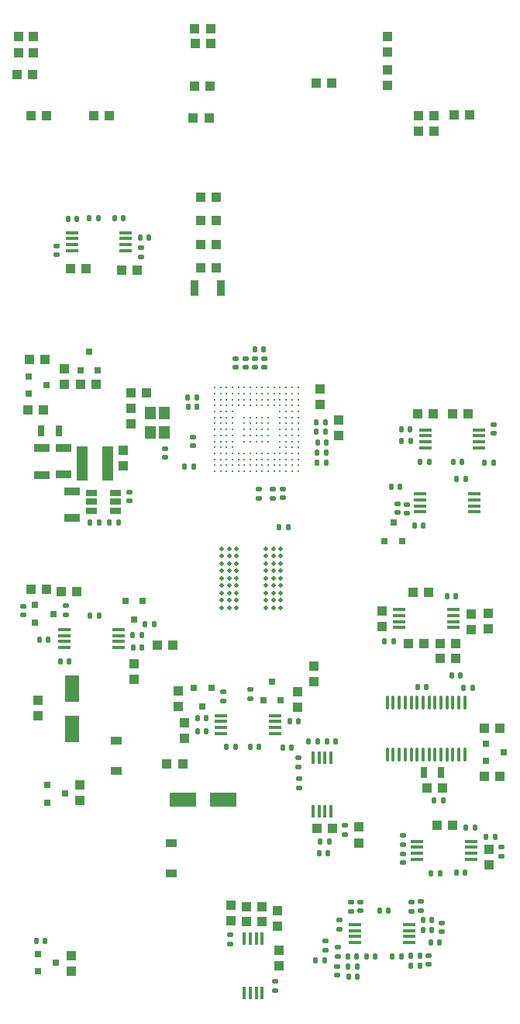
<source format=gbr>
G04 #@! TF.GenerationSoftware,KiCad,Pcbnew,7.0.6-0*
G04 #@! TF.CreationDate,2024-04-10T13:52:38-07:00*
G04 #@! TF.ProjectId,Sampler-built,53616d70-6c65-4722-9d62-75696c742e6b,rev?*
G04 #@! TF.SameCoordinates,PXb71b00PY73f50f0*
G04 #@! TF.FileFunction,Paste,Top*
G04 #@! TF.FilePolarity,Positive*
%FSLAX46Y46*%
G04 Gerber Fmt 4.6, Leading zero omitted, Abs format (unit mm)*
G04 Created by KiCad (PCBNEW 7.0.6-0) date 2024-04-10 13:52:38*
%MOMM*%
%LPD*%
G01*
G04 APERTURE LIST*
G04 Aperture macros list*
%AMRoundRect*
0 Rectangle with rounded corners*
0 $1 Rounding radius*
0 $2 $3 $4 $5 $6 $7 $8 $9 X,Y pos of 4 corners*
0 Add a 4 corners polygon primitive as box body*
4,1,4,$2,$3,$4,$5,$6,$7,$8,$9,$2,$3,0*
0 Add four circle primitives for the rounded corners*
1,1,$1+$1,$2,$3*
1,1,$1+$1,$4,$5*
1,1,$1+$1,$6,$7*
1,1,$1+$1,$8,$9*
0 Add four rect primitives between the rounded corners*
20,1,$1+$1,$2,$3,$4,$5,0*
20,1,$1+$1,$4,$5,$6,$7,0*
20,1,$1+$1,$6,$7,$8,$9,0*
20,1,$1+$1,$8,$9,$2,$3,0*%
G04 Aperture macros list end*
%ADD10R,1.200000X0.900000*%
%ADD11RoundRect,0.147500X0.147500X0.172500X-0.147500X0.172500X-0.147500X-0.172500X0.147500X-0.172500X0*%
%ADD12R,1.000000X1.000000*%
%ADD13RoundRect,0.147500X0.172500X-0.147500X0.172500X0.147500X-0.172500X0.147500X-0.172500X-0.147500X0*%
%ADD14R,0.700000X1.300000*%
%ADD15R,1.450000X0.450000*%
%ADD16RoundRect,0.147500X-0.172500X0.147500X-0.172500X-0.147500X0.172500X-0.147500X0.172500X0.147500X0*%
%ADD17RoundRect,0.147500X-0.147500X-0.172500X0.147500X-0.172500X0.147500X0.172500X-0.147500X0.172500X0*%
%ADD18R,3.000000X1.600000*%
%ADD19R,1.700000X0.900000*%
%ADD20R,0.800100X0.800100*%
%ADD21R,1.150000X1.400000*%
%ADD22R,1.220000X0.650000*%
%ADD23C,0.300000*%
%ADD24R,0.450000X1.450000*%
%ADD25R,1.600000X3.000000*%
%ADD26R,1.200000X3.700000*%
%ADD27C,0.500000*%
%ADD28R,0.900000X1.700000*%
%ADD29RoundRect,0.100000X-0.100000X0.637500X-0.100000X-0.637500X0.100000X-0.637500X0.100000X0.637500X0*%
G04 APERTURE END LIST*
D10*
G04 #@! TO.C,D16*
X137916648Y25329922D03*
X137916648Y22029922D03*
G04 #@! TD*
D11*
G04 #@! TO.C,C61*
X138691648Y82324922D03*
X137721648Y82324922D03*
G04 #@! TD*
D12*
G04 #@! TO.C,R3*
X170906648Y91759922D03*
X170906648Y93459922D03*
G04 #@! TD*
D13*
G04 #@! TO.C,C1*
X152010148Y66011600D03*
X152010148Y66981600D03*
G04 #@! TD*
D12*
G04 #@! TO.C,R57*
X171546648Y35869922D03*
X169846648Y35869922D03*
G04 #@! TD*
D14*
G04 #@! TO.C,C44*
X171476648Y21859922D03*
X173376648Y21859922D03*
G04 #@! TD*
D12*
G04 #@! TO.C,R59*
X133916648Y20459922D03*
X133916648Y18759922D03*
G04 #@! TD*
G04 #@! TO.C,R61*
X155541648Y5079922D03*
X155541648Y6779922D03*
G04 #@! TD*
D15*
G04 #@! TO.C,U15*
X168796648Y39584922D03*
X168796648Y38934922D03*
X168796648Y38284922D03*
X168796648Y37634922D03*
X174696648Y37634922D03*
X174696648Y38284922D03*
X174696648Y38934922D03*
X174696648Y39584922D03*
G04 #@! TD*
D12*
G04 #@! TO.C,C45*
X171876648Y20119922D03*
X173576648Y20119922D03*
G04 #@! TD*
D16*
G04 #@! TO.C,R42*
X179976648Y13674672D03*
X179976648Y12704672D03*
G04 #@! TD*
D12*
G04 #@! TO.C,C25*
X129306648Y28009922D03*
X129306648Y29709922D03*
G04 #@! TD*
G04 #@! TO.C,C47*
X167526648Y98499922D03*
X167526648Y96799922D03*
G04 #@! TD*
D11*
G04 #@! TO.C,R161*
X171056648Y779922D03*
X170086648Y779922D03*
G04 #@! TD*
D12*
G04 #@! TO.C,C79*
X132886648Y76814922D03*
X134586648Y76814922D03*
G04 #@! TD*
G04 #@! TO.C,C55*
X128420000Y66880000D03*
X130120000Y66880000D03*
G04 #@! TD*
D16*
G04 #@! TO.C,C36*
X146290148Y58451600D03*
X146290148Y57481600D03*
G04 #@! TD*
D12*
G04 #@! TO.C,C65*
X176356648Y60934482D03*
X174656648Y60934482D03*
G04 #@! TD*
G04 #@! TO.C,R71*
X146316648Y93179922D03*
X148016648Y93179922D03*
G04 #@! TD*
D17*
G04 #@! TO.C,R52*
X160886088Y25206436D03*
X161856088Y25206436D03*
G04 #@! TD*
G04 #@! TO.C,C88*
X170455000Y48750000D03*
X171425000Y48750000D03*
G04 #@! TD*
D18*
G04 #@! TO.C,C24*
X145146648Y18879922D03*
X149546648Y18879922D03*
G04 #@! TD*
D12*
G04 #@! TO.C,R74*
X148206648Y101299922D03*
X146506648Y101299922D03*
G04 #@! TD*
D11*
G04 #@! TO.C,R55*
X179261648Y14789672D03*
X178291648Y14789672D03*
G04 #@! TD*
D16*
G04 #@! TO.C,R49*
X169201648Y12974672D03*
X169201648Y12004672D03*
G04 #@! TD*
D17*
G04 #@! TO.C,R41*
X178115000Y55644482D03*
X179085000Y55644482D03*
G04 #@! TD*
D19*
G04 #@! TO.C,C67*
X133106493Y49569922D03*
X133106493Y52469922D03*
G04 #@! TD*
D17*
G04 #@! TO.C,C13*
X159855148Y55646600D03*
X160825148Y55646600D03*
G04 #@! TD*
D11*
G04 #@! TO.C,R12*
X170031648Y57979922D03*
X169061648Y57979922D03*
G04 #@! TD*
D16*
G04 #@! TO.C,R40*
X179136648Y59789482D03*
X179136648Y58819482D03*
G04 #@! TD*
D12*
G04 #@! TO.C,R21*
X157746648Y30669922D03*
X157746648Y28969922D03*
G04 #@! TD*
D20*
G04 #@! TO.C,D15*
X167220000Y47069240D03*
X169120000Y47069240D03*
X168170000Y49068220D03*
G04 #@! TD*
D11*
G04 #@! TO.C,C6*
X146341648Y55229922D03*
X145371648Y55229922D03*
G04 #@! TD*
D17*
G04 #@! TO.C,R30*
X146761648Y27729922D03*
X147731648Y27729922D03*
G04 #@! TD*
G04 #@! TO.C,C8*
X172641648Y18829922D03*
X173611648Y18829922D03*
G04 #@! TD*
G04 #@! TO.C,R66*
X135041493Y49139922D03*
X136011493Y49139922D03*
G04 #@! TD*
D20*
G04 #@! TO.C,U6*
X128299240Y65040000D03*
X128299240Y63140000D03*
X130298220Y64090000D03*
G04 #@! TD*
D11*
G04 #@! TO.C,R162*
X169036648Y1749922D03*
X168066648Y1749922D03*
G04 #@! TD*
D17*
G04 #@! TO.C,C73*
X149941648Y24599922D03*
X150911648Y24599922D03*
G04 #@! TD*
D12*
G04 #@! TO.C,C90*
X174656648Y16084672D03*
X172956648Y16084672D03*
G04 #@! TD*
D20*
G04 #@! TO.C,D24*
X148266648Y31050682D03*
X146366648Y31050682D03*
X147316648Y29051702D03*
G04 #@! TD*
D11*
G04 #@! TO.C,R65*
X138126648Y49119922D03*
X137156648Y49119922D03*
G04 #@! TD*
G04 #@! TO.C,C87*
X176071648Y53804922D03*
X175101648Y53804922D03*
G04 #@! TD*
D12*
G04 #@! TO.C,C22*
X141166648Y63269922D03*
X139466648Y63269922D03*
G04 #@! TD*
D17*
G04 #@! TO.C,R160*
X159691648Y1339922D03*
X160661648Y1339922D03*
G04 #@! TD*
D16*
G04 #@! TO.C,R164*
X173416648Y5444922D03*
X173416648Y4474922D03*
G04 #@! TD*
D13*
G04 #@! TO.C,R44*
X169221648Y13969672D03*
X169221648Y14939672D03*
G04 #@! TD*
D19*
G04 #@! TO.C,C70*
X132100000Y57220000D03*
X132100000Y54320000D03*
G04 #@! TD*
D17*
G04 #@! TO.C,C59*
X171111648Y55724482D03*
X172081648Y55724482D03*
G04 #@! TD*
D16*
G04 #@! TO.C,R7*
X163506648Y7684922D03*
X163506648Y6714922D03*
G04 #@! TD*
D12*
G04 #@! TO.C,C83*
X170806648Y60994482D03*
X172506648Y60994482D03*
G04 #@! TD*
G04 #@! TO.C,R73*
X167526648Y102119922D03*
X167526648Y100419922D03*
G04 #@! TD*
D17*
G04 #@! TO.C,R23*
X140476648Y80154922D03*
X141446648Y80154922D03*
G04 #@! TD*
D16*
G04 #@! TO.C,R14*
X170126648Y7674922D03*
X170126648Y6704922D03*
G04 #@! TD*
D12*
G04 #@! TO.C,C57*
X178576648Y13439672D03*
X178576648Y11739672D03*
G04 #@! TD*
G04 #@! TO.C,C49*
X179802780Y26653974D03*
X178102780Y26653974D03*
G04 #@! TD*
D16*
G04 #@! TO.C,R18*
X169610000Y51075000D03*
X169610000Y50105000D03*
G04 #@! TD*
D12*
G04 #@! TO.C,C66*
X140156648Y76644922D03*
X138456648Y76644922D03*
G04 #@! TD*
D11*
G04 #@! TO.C,C60*
X175681648Y55694482D03*
X174711648Y55694482D03*
G04 #@! TD*
D12*
G04 #@! TO.C,R5*
X172646648Y91779922D03*
X172646648Y93479922D03*
G04 #@! TD*
D20*
G04 #@! TO.C,D1*
X153976648Y29729162D03*
X155876648Y29729162D03*
X154926648Y31728142D03*
G04 #@! TD*
D16*
G04 #@! TO.C,C11*
X155020148Y52731600D03*
X155020148Y51761600D03*
G04 #@! TD*
D17*
G04 #@! TO.C,R47*
X175846648Y31087422D03*
X176816648Y31087422D03*
G04 #@! TD*
D12*
G04 #@! TO.C,C39*
X127206648Y100359922D03*
X127206648Y102059922D03*
G04 #@! TD*
G04 #@! TO.C,C26*
X145136648Y22739922D03*
X143436648Y22739922D03*
G04 #@! TD*
G04 #@! TO.C,R29*
X173246648Y35884922D03*
X174946648Y35884922D03*
G04 #@! TD*
G04 #@! TO.C,C46*
X178496648Y39184922D03*
X178496648Y37484922D03*
G04 #@! TD*
G04 #@! TO.C,R79*
X147136648Y79449922D03*
X148836648Y79449922D03*
G04 #@! TD*
G04 #@! TO.C,C2*
X160140148Y61986600D03*
X160140148Y63686600D03*
G04 #@! TD*
D17*
G04 #@! TO.C,R48*
X174525000Y32440000D03*
X175495000Y32440000D03*
G04 #@! TD*
D21*
G04 #@! TO.C,Y1*
X141656648Y61039922D03*
X143156648Y58939922D03*
X141656648Y58939922D03*
X143156648Y61039922D03*
G04 #@! TD*
D12*
G04 #@! TO.C,R68*
X128546648Y93459922D03*
X130246648Y93459922D03*
G04 #@! TD*
D11*
G04 #@! TO.C,C35*
X174981648Y41084922D03*
X174011648Y41084922D03*
G04 #@! TD*
D20*
G04 #@! TO.C,D22*
X140796648Y40530682D03*
X138896648Y40530682D03*
X139846648Y38531702D03*
G04 #@! TD*
D11*
G04 #@! TO.C,C17*
X146715148Y61686600D03*
X145745148Y61686600D03*
G04 #@! TD*
D12*
G04 #@! TO.C,R80*
X147136648Y76899922D03*
X148836648Y76899922D03*
G04 #@! TD*
D11*
G04 #@! TO.C,C64*
X136012564Y38914922D03*
X135042564Y38914922D03*
G04 #@! TD*
D16*
G04 #@! TO.C,C76*
X157816648Y23424922D03*
X157816648Y22454922D03*
G04 #@! TD*
D12*
G04 #@! TO.C,C42*
X173255768Y34310422D03*
X174955768Y34310422D03*
G04 #@! TD*
D15*
G04 #@! TO.C,U10*
X155236648Y26094922D03*
X155236648Y26744922D03*
X155236648Y27394922D03*
X155236648Y28044922D03*
X149336648Y28044922D03*
X149336648Y27394922D03*
X149336648Y26744922D03*
X149336648Y26094922D03*
G04 #@! TD*
D11*
G04 #@! TO.C,C150*
X172355480Y5759922D03*
X171385480Y5759922D03*
G04 #@! TD*
D17*
G04 #@! TO.C,R2*
X156061648Y24569922D03*
X157031648Y24569922D03*
G04 #@! TD*
D11*
G04 #@! TO.C,R50*
X161136648Y14339922D03*
X160166648Y14339922D03*
G04 #@! TD*
D17*
G04 #@! TO.C,R152*
X163290480Y-390078D03*
X164260480Y-390078D03*
G04 #@! TD*
G04 #@! TO.C,R11*
X169019944Y59278002D03*
X169989944Y59278002D03*
G04 #@! TD*
D22*
G04 #@! TO.C,U13*
X135186648Y52309922D03*
X135186648Y51359922D03*
X135186648Y50409922D03*
X137806648Y50409922D03*
X137806648Y51359922D03*
X137806648Y52309922D03*
G04 #@! TD*
D12*
G04 #@! TO.C,R20*
X139806648Y31959922D03*
X139806648Y33659922D03*
G04 #@! TD*
G04 #@! TO.C,C51*
X178093428Y21447422D03*
X179793428Y21447422D03*
G04 #@! TD*
D17*
G04 #@! TO.C,R51*
X160046648Y13069922D03*
X161016648Y13069922D03*
G04 #@! TD*
D23*
G04 #@! TO.C,U2*
X148650148Y63796600D03*
X149300148Y63796600D03*
X149950148Y63796600D03*
X150600148Y63796600D03*
X151250148Y63796600D03*
X151900148Y63796600D03*
X152550148Y63796600D03*
X153200148Y63796600D03*
X153850148Y63796600D03*
X154500148Y63796600D03*
X155150148Y63796600D03*
X155800148Y63796600D03*
X156450148Y63796600D03*
X157100148Y63796600D03*
X157750148Y63796600D03*
X148650148Y63146600D03*
X149300148Y63146600D03*
X149950148Y63146600D03*
X150600148Y63146600D03*
X151250148Y63146600D03*
X151900148Y63146600D03*
X152550148Y63146600D03*
X153200148Y63146600D03*
X153850148Y63146600D03*
X154500148Y63146600D03*
X155150148Y63146600D03*
X155800148Y63146600D03*
X156450148Y63146600D03*
X157100148Y63146600D03*
X157750148Y63146600D03*
X148650148Y62496600D03*
X149300148Y62496600D03*
X149950148Y62496600D03*
X150600148Y62496600D03*
X151250148Y62496600D03*
X151900148Y62496600D03*
X152550148Y62496600D03*
X153200148Y62496600D03*
X153850148Y62496600D03*
X154500148Y62496600D03*
X155150148Y62496600D03*
X155800148Y62496600D03*
X156450148Y62496600D03*
X157100148Y62496600D03*
X157750148Y62496600D03*
X148650148Y61846600D03*
X149300148Y61846600D03*
X149950148Y61846600D03*
X150600148Y61846600D03*
X151250148Y61846600D03*
X151900148Y61846600D03*
X152550148Y61846600D03*
X153200148Y61846600D03*
X153850148Y61846600D03*
X154500148Y61846600D03*
X155150148Y61846600D03*
X155800148Y61846600D03*
X156450148Y61846600D03*
X157100148Y61846600D03*
X157750148Y61846600D03*
X148650148Y61196600D03*
X149300148Y61196600D03*
X149950148Y61196600D03*
X150600148Y61196600D03*
X155800148Y61196600D03*
X156450148Y61196600D03*
X157100148Y61196600D03*
X157750148Y61196600D03*
X148650148Y60546600D03*
X149300148Y60546600D03*
X149950148Y60546600D03*
X150600148Y60546600D03*
X151900148Y60546600D03*
X152550148Y60546600D03*
X153200148Y60546600D03*
X153850148Y60546600D03*
X154500148Y60546600D03*
X155800148Y60546600D03*
X156450148Y60546600D03*
X157100148Y60546600D03*
X157750148Y60546600D03*
X148650148Y59896600D03*
X149300148Y59896600D03*
X149950148Y59896600D03*
X150600148Y59896600D03*
X151900148Y59896600D03*
X152550148Y59896600D03*
X153200148Y59896600D03*
X153850148Y59896600D03*
X154500148Y59896600D03*
X155800148Y59896600D03*
X156450148Y59896600D03*
X157100148Y59896600D03*
X157750148Y59896600D03*
X148650148Y59246600D03*
X149300148Y59246600D03*
X149950148Y59246600D03*
X150600148Y59246600D03*
X151900148Y59246600D03*
X152550148Y59246600D03*
X153200148Y59246600D03*
X153850148Y59246600D03*
X154500148Y59246600D03*
X155800148Y59246600D03*
X156450148Y59246600D03*
X157100148Y59246600D03*
X157750148Y59246600D03*
X148650148Y58596600D03*
X149300148Y58596600D03*
X149950148Y58596600D03*
X150600148Y58596600D03*
X151900148Y58596600D03*
X152550148Y58596600D03*
X153200148Y58596600D03*
X153850148Y58596600D03*
X154500148Y58596600D03*
X155800148Y58596600D03*
X156450148Y58596600D03*
X157100148Y58596600D03*
X157750148Y58596600D03*
X148650148Y57946600D03*
X149300148Y57946600D03*
X149950148Y57946600D03*
X150600148Y57946600D03*
X151900148Y57946600D03*
X152550148Y57946600D03*
X153200148Y57946600D03*
X153850148Y57946600D03*
X154500148Y57946600D03*
X155800148Y57946600D03*
X156450148Y57946600D03*
X157100148Y57946600D03*
X157750148Y57946600D03*
X148650148Y57296600D03*
X149300148Y57296600D03*
X149950148Y57296600D03*
X150600148Y57296600D03*
X155800148Y57296600D03*
X156450148Y57296600D03*
X157100148Y57296600D03*
X157750148Y57296600D03*
X148650148Y56646600D03*
X149300148Y56646600D03*
X149950148Y56646600D03*
X150600148Y56646600D03*
X151250148Y56646600D03*
X151900148Y56646600D03*
X152550148Y56646600D03*
X153200148Y56646600D03*
X153850148Y56646600D03*
X154500148Y56646600D03*
X155150148Y56646600D03*
X155800148Y56646600D03*
X156450148Y56646600D03*
X157100148Y56646600D03*
X157750148Y56646600D03*
X148650148Y55996600D03*
X149300148Y55996600D03*
X149950148Y55996600D03*
X150600148Y55996600D03*
X151250148Y55996600D03*
X151900148Y55996600D03*
X152550148Y55996600D03*
X153200148Y55996600D03*
X153850148Y55996600D03*
X154500148Y55996600D03*
X155150148Y55996600D03*
X155800148Y55996600D03*
X156450148Y55996600D03*
X157100148Y55996600D03*
X157750148Y55996600D03*
X148650148Y55346600D03*
X149300148Y55346600D03*
X149950148Y55346600D03*
X150600148Y55346600D03*
X151250148Y55346600D03*
X151900148Y55346600D03*
X152550148Y55346600D03*
X153200148Y55346600D03*
X153850148Y55346600D03*
X154500148Y55346600D03*
X155150148Y55346600D03*
X155800148Y55346600D03*
X156450148Y55346600D03*
X157100148Y55346600D03*
X157750148Y55346600D03*
X148650148Y54696600D03*
X149300148Y54696600D03*
X149950148Y54696600D03*
X150600148Y54696600D03*
X151250148Y54696600D03*
X151900148Y54696600D03*
X152550148Y54696600D03*
X153200148Y54696600D03*
X153850148Y54696600D03*
X154500148Y54696600D03*
X155150148Y54696600D03*
X155800148Y54696600D03*
X156450148Y54696600D03*
X157100148Y54696600D03*
X157750148Y54696600D03*
G04 #@! TD*
D24*
G04 #@! TO.C,U11*
X161351648Y23469922D03*
X160701648Y23469922D03*
X160051648Y23469922D03*
X159401648Y23469922D03*
X159401648Y17569922D03*
X160051648Y17569922D03*
X160701648Y17569922D03*
X161351648Y17569922D03*
G04 #@! TD*
D13*
G04 #@! TO.C,R22*
X140566648Y78059922D03*
X140566648Y79029922D03*
G04 #@! TD*
G04 #@! TO.C,C3*
X154030148Y66021600D03*
X154030148Y66991600D03*
G04 #@! TD*
D16*
G04 #@! TO.C,C38*
X150321648Y4114922D03*
X150321648Y3144922D03*
G04 #@! TD*
D15*
G04 #@! TO.C,U12*
X169866648Y3284922D03*
X169866648Y3934922D03*
X169866648Y4584922D03*
X169866648Y5234922D03*
X163966648Y5234922D03*
X163966648Y4584922D03*
X163966648Y3934922D03*
X163966648Y3284922D03*
G04 #@! TD*
D17*
G04 #@! TO.C,C72*
X172301648Y10844672D03*
X173271648Y10844672D03*
G04 #@! TD*
D12*
G04 #@! TO.C,R24*
X145366648Y25569922D03*
X145366648Y27269922D03*
G04 #@! TD*
G04 #@! TO.C,C52*
X164376648Y14169922D03*
X164376648Y15869922D03*
G04 #@! TD*
G04 #@! TO.C,R77*
X147136648Y84549922D03*
X148836648Y84549922D03*
G04 #@! TD*
G04 #@! TO.C,C58*
X138672648Y55263922D03*
X138672648Y56963922D03*
G04 #@! TD*
D17*
G04 #@! TO.C,C9*
X159745148Y59016600D03*
X160715148Y59016600D03*
G04 #@! TD*
G04 #@! TO.C,C29*
X155685148Y48576600D03*
X156655148Y48576600D03*
G04 #@! TD*
D25*
G04 #@! TO.C,C21*
X133106648Y26589922D03*
X133106648Y30989922D03*
G04 #@! TD*
D13*
G04 #@! TO.C,C97*
X168610000Y50175000D03*
X168610000Y51145000D03*
G04 #@! TD*
D12*
G04 #@! TO.C,R13*
X137096648Y93489922D03*
X135396648Y93489922D03*
G04 #@! TD*
G04 #@! TO.C,R26*
X144086648Y35729922D03*
X142386648Y35729922D03*
G04 #@! TD*
D11*
G04 #@! TO.C,C18*
X146690148Y62746600D03*
X145720148Y62746600D03*
G04 #@! TD*
D12*
G04 #@! TO.C,C54*
X146486648Y102919922D03*
X148186648Y102919922D03*
G04 #@! TD*
D16*
G04 #@! TO.C,C10*
X156060148Y52741600D03*
X156060148Y51771600D03*
G04 #@! TD*
G04 #@! TO.C,R33*
X132377564Y40009922D03*
X132377564Y39039922D03*
G04 #@! TD*
D12*
G04 #@! TO.C,R63*
X150391648Y5649922D03*
X150391648Y7349922D03*
G04 #@! TD*
D24*
G04 #@! TO.C,U16*
X151896648Y-2210078D03*
X152546648Y-2210078D03*
X153196648Y-2210078D03*
X153846648Y-2210078D03*
X153846648Y3689922D03*
X153196648Y3689922D03*
X152546648Y3689922D03*
X151896648Y3689922D03*
G04 #@! TD*
D11*
G04 #@! TO.C,C19*
X130121648Y3429922D03*
X129151648Y3429922D03*
G04 #@! TD*
G04 #@! TO.C,R81*
X147736648Y26299922D03*
X146766648Y26299922D03*
G04 #@! TD*
D17*
G04 #@! TO.C,C62*
X134971648Y82264922D03*
X135941648Y82264922D03*
G04 #@! TD*
D16*
G04 #@! TO.C,R158*
X162120480Y2764922D03*
X162120480Y1794922D03*
G04 #@! TD*
D17*
G04 #@! TO.C,C14*
X159745148Y60056600D03*
X160715148Y60056600D03*
G04 #@! TD*
D16*
G04 #@! TO.C,C152*
X162010480Y674922D03*
X162010480Y-295078D03*
G04 #@! TD*
D15*
G04 #@! TO.C,U1*
X177556648Y57244922D03*
X177556648Y57894922D03*
X177556648Y58544922D03*
X177556648Y59194922D03*
X171656648Y59194922D03*
X171656648Y58544922D03*
X171656648Y57894922D03*
X171656648Y57244922D03*
G04 #@! TD*
D12*
G04 #@! TO.C,R9*
X166946648Y37759922D03*
X166946648Y39459922D03*
G04 #@! TD*
G04 #@! TO.C,R64*
X176506648Y93549922D03*
X174806648Y93549922D03*
G04 #@! TD*
D13*
G04 #@! TO.C,R67*
X139356493Y51444922D03*
X139356493Y52414922D03*
G04 #@! TD*
D11*
G04 #@! TO.C,R4*
X160855148Y57786600D03*
X159885148Y57786600D03*
G04 #@! TD*
D20*
G04 #@! TO.C,V2*
X133956648Y65719922D03*
X135856648Y65719922D03*
X134906648Y67718902D03*
G04 #@! TD*
D11*
G04 #@! TO.C,R27*
X140701648Y35469922D03*
X139731648Y35469922D03*
G04 #@! TD*
D13*
G04 #@! TO.C,C7*
X150970148Y66001600D03*
X150970148Y66971600D03*
G04 #@! TD*
D11*
G04 #@! TO.C,C78*
X167621648Y6739922D03*
X166651648Y6739922D03*
G04 #@! TD*
D12*
G04 #@! TO.C,R35*
X127046648Y97989922D03*
X128746648Y97989922D03*
G04 #@! TD*
D11*
G04 #@! TO.C,R34*
X130472564Y36304922D03*
X129502564Y36304922D03*
G04 #@! TD*
D12*
G04 #@! TO.C,R56*
X176696648Y39134922D03*
X176696648Y37434922D03*
G04 #@! TD*
D13*
G04 #@! TO.C,C85*
X127737564Y39019922D03*
X127737564Y39989922D03*
G04 #@! TD*
D12*
G04 #@! TO.C,C48*
X161521648Y15699922D03*
X159821648Y15699922D03*
G04 #@! TD*
G04 #@! TO.C,R36*
X128846648Y100359922D03*
X128846648Y102059922D03*
G04 #@! TD*
D13*
G04 #@! TO.C,R159*
X162306648Y4764922D03*
X162306648Y5734922D03*
G04 #@! TD*
G04 #@! TO.C,C50*
X153090148Y66001600D03*
X153090148Y66971600D03*
G04 #@! TD*
D26*
G04 #@! TO.C,L1*
X136946648Y55569922D03*
X134146648Y55569922D03*
G04 #@! TD*
D16*
G04 #@! TO.C,C12*
X153460148Y52731600D03*
X153460148Y51761600D03*
G04 #@! TD*
G04 #@! TO.C,R6*
X164546648Y7704922D03*
X164546648Y6734922D03*
G04 #@! TD*
D11*
G04 #@! TO.C,R8*
X154021648Y67989922D03*
X153051648Y67989922D03*
G04 #@! TD*
D12*
G04 #@! TO.C,R60*
X155636648Y2429922D03*
X155636648Y729922D03*
G04 #@! TD*
D15*
G04 #@! TO.C,U3*
X133026648Y80714922D03*
X133026648Y80064922D03*
X133026648Y79414922D03*
X133026648Y78764922D03*
X138926648Y78764922D03*
X138926648Y79414922D03*
X138926648Y80064922D03*
X138926648Y80714922D03*
G04 #@! TD*
D12*
G04 #@! TO.C,R15*
X159456648Y33469922D03*
X159456648Y31769922D03*
G04 #@! TD*
D13*
G04 #@! TO.C,C15*
X143240000Y56185000D03*
X143240000Y57155000D03*
G04 #@! TD*
D17*
G04 #@! TO.C,C77*
X165236648Y1739922D03*
X166206648Y1739922D03*
G04 #@! TD*
D11*
G04 #@! TO.C,R157*
X164200480Y669922D03*
X163230480Y669922D03*
G04 #@! TD*
D16*
G04 #@! TO.C,C82*
X152516648Y30864922D03*
X152516648Y29894922D03*
G04 #@! TD*
D11*
G04 #@! TO.C,C149*
X171056648Y1819922D03*
X170086648Y1819922D03*
G04 #@! TD*
D17*
G04 #@! TO.C,C86*
X141041648Y38029922D03*
X142011648Y38029922D03*
G04 #@! TD*
D16*
G04 #@! TO.C,R54*
X162896648Y16049922D03*
X162896648Y15079922D03*
G04 #@! TD*
D12*
G04 #@! TO.C,C56*
X128250000Y61340000D03*
X129950000Y61340000D03*
G04 #@! TD*
G04 #@! TO.C,R25*
X128567564Y41804922D03*
X130267564Y41804922D03*
G04 #@! TD*
D20*
G04 #@! TO.C,D3*
X130335888Y20469922D03*
X130335888Y18569922D03*
X132334868Y19519922D03*
G04 #@! TD*
D17*
G04 #@! TO.C,R28*
X139711648Y36819922D03*
X140681648Y36819922D03*
G04 #@! TD*
D19*
G04 #@! TO.C,C68*
X129765052Y57198378D03*
X129765052Y54298378D03*
G04 #@! TD*
D20*
G04 #@! TO.C,D7*
X129325888Y2059922D03*
X129325888Y159922D03*
X131324868Y1109922D03*
G04 #@! TD*
D15*
G04 #@! TO.C,U5*
X138106648Y35464922D03*
X138106648Y36114922D03*
X138106648Y36764922D03*
X138106648Y37414922D03*
X132206648Y37414922D03*
X132206648Y36764922D03*
X132206648Y36114922D03*
X132206648Y35464922D03*
G04 #@! TD*
D17*
G04 #@! TO.C,C53*
X159855148Y56716600D03*
X160825148Y56716600D03*
G04 #@! TD*
D20*
G04 #@! TO.C,D26*
X129006804Y40094922D03*
X129006804Y38194922D03*
X131005784Y39144922D03*
G04 #@! TD*
D13*
G04 #@! TO.C,R45*
X131406648Y78294922D03*
X131406648Y79264922D03*
G04 #@! TD*
D12*
G04 #@! TO.C,R17*
X133567564Y41544922D03*
X131867564Y41544922D03*
G04 #@! TD*
D27*
G04 #@! TO.C,U4*
X155850148Y39826600D03*
X155050148Y39826600D03*
X154250148Y39826600D03*
X151050148Y39826600D03*
X150250148Y39826600D03*
X149450148Y39826600D03*
X155850148Y40626600D03*
X155050148Y40626600D03*
X154250148Y40626600D03*
X151050148Y40626600D03*
X150250148Y40626600D03*
X149450148Y40626600D03*
X155850148Y41426600D03*
X155050148Y41426600D03*
X154250148Y41426600D03*
X151050148Y41426600D03*
X150250148Y41426600D03*
X149450148Y41426600D03*
X155850148Y42226600D03*
X155050148Y42226600D03*
X154250148Y42226600D03*
X151050148Y42226600D03*
X150250148Y42226600D03*
X149450148Y42226600D03*
X155850148Y43026600D03*
X155050148Y43026600D03*
X154250148Y43026600D03*
X151050148Y43026600D03*
X150250148Y43026600D03*
X149450148Y43026600D03*
X155850148Y43826600D03*
X155050148Y43826600D03*
X154250148Y43826600D03*
X151050148Y43826600D03*
X150250148Y43826600D03*
X149450148Y43826600D03*
X155850148Y44626600D03*
X155050148Y44626600D03*
X154250148Y44626600D03*
X151050148Y44626600D03*
X150250148Y44626600D03*
X149450148Y44626600D03*
X155850148Y45426600D03*
X155050148Y45426600D03*
X154250148Y45426600D03*
X151050148Y45426600D03*
X150250148Y45426600D03*
X149450148Y45426600D03*
X155850148Y46226600D03*
X155050148Y46226600D03*
X154250148Y46226600D03*
X151050148Y46226600D03*
X150250148Y46226600D03*
X149450148Y46226600D03*
G04 #@! TD*
D13*
G04 #@! TO.C,C40*
X155266648Y-1945078D03*
X155266648Y-975078D03*
G04 #@! TD*
D10*
G04 #@! TO.C,D17*
X143926648Y10849922D03*
X143926648Y14149922D03*
G04 #@! TD*
D11*
G04 #@! TO.C,C71*
X177061648Y15789672D03*
X176091648Y15789672D03*
G04 #@! TD*
D12*
G04 #@! TO.C,C84*
X153831648Y5549922D03*
X152131648Y5549922D03*
G04 #@! TD*
D11*
G04 #@! TO.C,R1*
X157831648Y27449922D03*
X156861648Y27449922D03*
G04 #@! TD*
D17*
G04 #@! TO.C,R46*
X132646648Y82234922D03*
X133616648Y82234922D03*
G04 #@! TD*
D28*
G04 #@! TO.C,C43*
X146406600Y74699079D03*
X149306600Y74699079D03*
G04 #@! TD*
D12*
G04 #@! TO.C,R58*
X132946648Y169922D03*
X132946648Y1869922D03*
G04 #@! TD*
G04 #@! TO.C,C81*
X132256648Y65850682D03*
X132256648Y64150682D03*
G04 #@! TD*
D15*
G04 #@! TO.C,U8*
X170776648Y14339672D03*
X170776648Y13689672D03*
X170776648Y13039672D03*
X170776648Y12389672D03*
X176676648Y12389672D03*
X176676648Y13039672D03*
X176676648Y13689672D03*
X176676648Y14339672D03*
G04 #@! TD*
D12*
G04 #@! TO.C,R75*
X148146648Y96649922D03*
X146446648Y96649922D03*
G04 #@! TD*
G04 #@! TO.C,R32*
X170296648Y41484922D03*
X171996648Y41484922D03*
G04 #@! TD*
D11*
G04 #@! TO.C,C41*
X171781648Y31119922D03*
X170811648Y31119922D03*
G04 #@! TD*
D12*
G04 #@! TO.C,C80*
X135666648Y64150682D03*
X133966648Y64150682D03*
G04 #@! TD*
D11*
G04 #@! TO.C,C153*
X173236648Y3319922D03*
X172266648Y3319922D03*
G04 #@! TD*
D20*
G04 #@! TO.C,V1*
X178252668Y24977422D03*
X178252668Y23077422D03*
X180251648Y24027422D03*
G04 #@! TD*
D13*
G04 #@! TO.C,C75*
X157846648Y20154922D03*
X157846648Y21124922D03*
G04 #@! TD*
G04 #@! TO.C,C34*
X149616648Y29634922D03*
X149616648Y30604922D03*
G04 #@! TD*
D12*
G04 #@! TO.C,C23*
X139516648Y59879922D03*
X139516648Y61579922D03*
G04 #@! TD*
D11*
G04 #@! TO.C,R43*
X175991648Y10914672D03*
X175021648Y10914672D03*
G04 #@! TD*
D14*
G04 #@! TO.C,C69*
X129710000Y59100000D03*
X131610000Y59100000D03*
G04 #@! TD*
D13*
G04 #@! TO.C,C148*
X160786648Y2484922D03*
X160786648Y3454922D03*
G04 #@! TD*
D12*
G04 #@! TO.C,R16*
X144696648Y30709922D03*
X144696648Y29009922D03*
G04 #@! TD*
D29*
G04 #@! TO.C,U9*
X175961648Y29492422D03*
X175311648Y29492422D03*
X174661648Y29492422D03*
X174011648Y29492422D03*
X173361648Y29492422D03*
X172711648Y29492422D03*
X172061648Y29492422D03*
X171411648Y29492422D03*
X170761648Y29492422D03*
X170111648Y29492422D03*
X169461648Y29492422D03*
X168811648Y29492422D03*
X168161648Y29492422D03*
X167511648Y29492422D03*
X167511648Y23767422D03*
X168161648Y23767422D03*
X168811648Y23767422D03*
X169461648Y23767422D03*
X170111648Y23767422D03*
X170761648Y23767422D03*
X171411648Y23767422D03*
X172061648Y23767422D03*
X172711648Y23767422D03*
X173361648Y23767422D03*
X174011648Y23767422D03*
X174661648Y23767422D03*
X175311648Y23767422D03*
X175961648Y23767422D03*
G04 #@! TD*
D11*
G04 #@! TO.C,R19*
X168905000Y52970000D03*
X167935000Y52970000D03*
G04 #@! TD*
G04 #@! TO.C,C74*
X153501648Y24599922D03*
X152531648Y24599922D03*
G04 #@! TD*
D12*
G04 #@! TO.C,R78*
X147136648Y81999922D03*
X148836648Y81999922D03*
G04 #@! TD*
G04 #@! TO.C,R70*
X161446648Y97019922D03*
X159746648Y97019922D03*
G04 #@! TD*
D17*
G04 #@! TO.C,R163*
X171405480Y4629922D03*
X172375480Y4629922D03*
G04 #@! TD*
D12*
G04 #@! TO.C,C5*
X162170148Y60276600D03*
X162170148Y58576600D03*
G04 #@! TD*
D16*
G04 #@! TO.C,R10*
X171126648Y7744922D03*
X171126648Y6774922D03*
G04 #@! TD*
D12*
G04 #@! TO.C,R62*
X153801648Y7159922D03*
X152101648Y7159922D03*
G04 #@! TD*
D17*
G04 #@! TO.C,C63*
X131762564Y33964922D03*
X132732564Y33964922D03*
G04 #@! TD*
D13*
G04 #@! TO.C,R153*
X172041648Y924922D03*
X172041648Y1894922D03*
G04 #@! TD*
D17*
G04 #@! TO.C,C37*
X167201648Y36169922D03*
X168171648Y36169922D03*
G04 #@! TD*
D15*
G04 #@! TO.C,U14*
X171086648Y52204922D03*
X171086648Y51554922D03*
X171086648Y50904922D03*
X171086648Y50254922D03*
X176986648Y50254922D03*
X176986648Y50904922D03*
X176986648Y51554922D03*
X176986648Y52204922D03*
G04 #@! TD*
D11*
G04 #@! TO.C,C147*
X164155480Y1729922D03*
X163185480Y1729922D03*
G04 #@! TD*
G04 #@! TO.C,R53*
X159886088Y25216436D03*
X158916088Y25216436D03*
G04 #@! TD*
M02*

</source>
